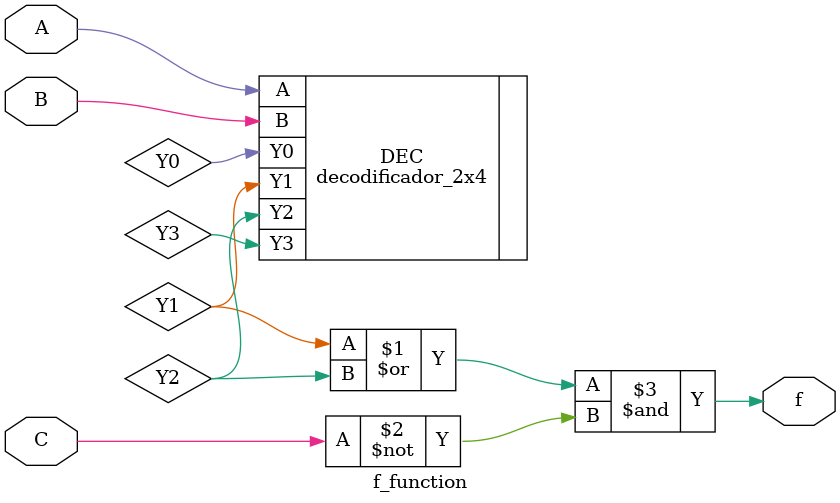
<source format=v>
/*
Program: CI Digital T2/2025
Class: Introdução à Verilog  
Class-ID: SD122
Advisor: Felipe Rocha 
Advisor-Contact: felipef.rocha@inatel.br
Institute: INATEL - Santa Rita do Sapucaí / MG  
Development: André Bezerra 
Student-Contact: andrefrbezerra@gmail.com
Task-ID: A-107-1
Type: Laboratory
Data: octuber, 17 2025
*/

`timescale 1 ns / 1 ps;

module f_function (
    input A, B, C,
    output f
);
    wire Y0, Y1, Y2, Y3;

    decodificador_2x4 DEC (
        .A(A), .B(B),
        .Y0(Y0), .Y1(Y1), .Y2(Y2), .Y3(Y3)
    );

    assign f = (Y1 | Y2) & ~C; // f = ~C (A ^ B)

endmodule

</source>
